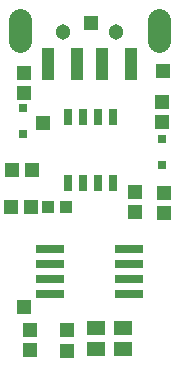
<source format=gts>
G75*
%MOIN*%
%OFA0B0*%
%FSLAX24Y24*%
%IPPOS*%
%LPD*%
%AMOC8*
5,1,8,0,0,1.08239X$1,22.5*
%
%ADD10R,0.0980X0.0316*%
%ADD11R,0.0592X0.0493*%
%ADD12R,0.0395X0.1064*%
%ADD13C,0.0780*%
%ADD14C,0.0513*%
%ADD15C,0.0395*%
%ADD16R,0.0474X0.0513*%
%ADD17R,0.0316X0.0552*%
%ADD18R,0.0513X0.0474*%
%ADD19R,0.0316X0.0316*%
%ADD20R,0.0395X0.0395*%
%ADD21R,0.0516X0.0516*%
D10*
X002069Y004965D03*
X002069Y005465D03*
X002069Y005965D03*
X002069Y006465D03*
X004691Y006465D03*
X004691Y005965D03*
X004691Y005465D03*
X004691Y004965D03*
D11*
X004495Y003831D03*
X004495Y003142D03*
X003589Y003142D03*
X003589Y003831D03*
D12*
X003793Y012621D03*
X002984Y012621D03*
X002010Y012621D03*
X004786Y012621D03*
D13*
X005691Y013381D02*
X005691Y014081D01*
X001085Y014081D02*
X001085Y013381D01*
D14*
X002503Y013703D03*
X004274Y013703D03*
D15*
X005691Y013573D03*
X005691Y013416D03*
X005691Y013888D03*
X005691Y014046D03*
X001085Y014046D03*
X001085Y013888D03*
X001085Y013573D03*
X001085Y013416D03*
D16*
X001420Y003089D03*
X001420Y003758D03*
X002644Y003747D03*
X002644Y003077D03*
X001451Y007849D03*
X001463Y009105D03*
X000794Y009105D03*
X000782Y007849D03*
X001207Y011660D03*
X001207Y012329D03*
D17*
X002682Y010877D03*
X003182Y010877D03*
X003682Y010877D03*
X004182Y010877D03*
X004182Y008672D03*
X003682Y008672D03*
X003182Y008672D03*
X002682Y008672D03*
D18*
X004904Y008349D03*
X004904Y007680D03*
X005869Y007672D03*
X005869Y008341D03*
X005806Y010695D03*
X005806Y011365D03*
D19*
X005814Y010125D03*
X005814Y009258D03*
X001160Y010298D03*
X001160Y011164D03*
D20*
X002010Y007857D03*
X002601Y007857D03*
D21*
X001845Y010648D03*
X003424Y013979D03*
X005841Y012408D03*
X001215Y004522D03*
M02*

</source>
